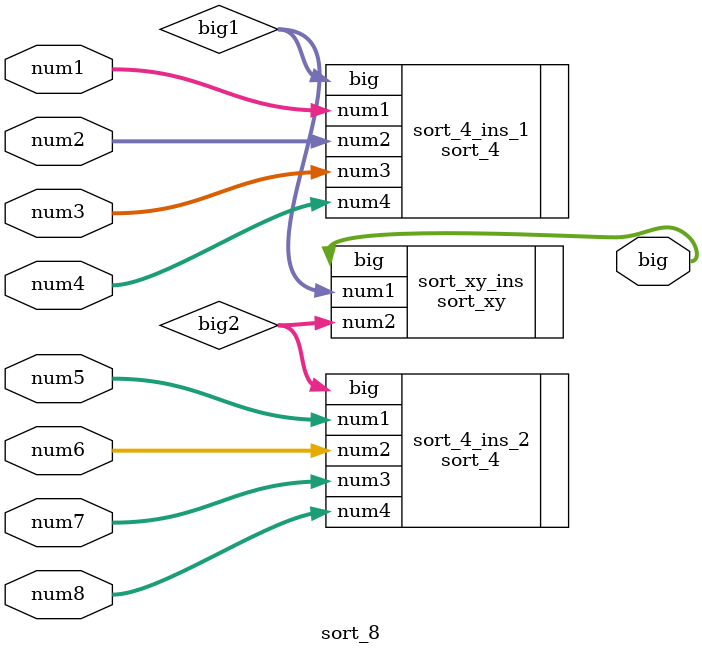
<source format=sv>
module sort_8 (
	input [7:0]      num1,
	input [7:0]      num2,
	input [7:0]      num3,
	input [7:0]      num4,
	input [7:0]      num5,
	input [7:0]      num6,
	input [7:0]      num7,
	input [7:0]      num8,

	output [7:0]     big  );   // biggest to out  
 
// local:
	wire [7:0] big1;
	wire [7:0] big2;

// instansiations:

	sort_4 sort_4_ins_1( .num1(num1), .num2(num2), .num3(num3), .num4(num4), .big(big1) );
	 
	sort_4 sort_4_ins_2( .num1(num5), .num2(num6), .num3(num7), .num4(num8), .big(big2) );	
	

	sort_xy sort_xy_ins( .num1(big1), .num2(big2), .big(big) );

endmodule // sort_8

</source>
